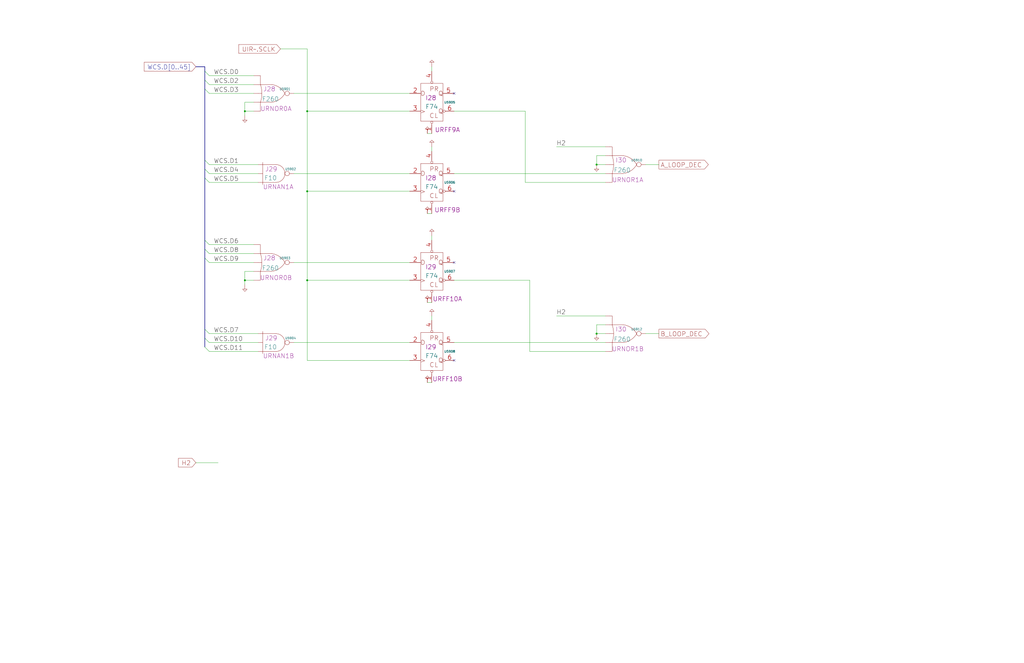
<source format=kicad_sch>
(kicad_sch (version 20230121) (generator eeschema)
  (paper "User" 584.2 378.46)
  (title_block (title "WRITABLE CONTROL STORE\\nLOOP REGISTER PRE-DECODE") (date "15-MAR-90") (rev "1.0") (comment 1 "TYPE") (comment 2 "232-003062") (comment 3 "S400") (comment 4 "RELEASED"))
  (lib_symbols
    (symbol "r1000:F10" (pin_numbers hide) (pin_names hide)
      (property "Reference" "U" (at 13.335 0 0))
      (property "Value" "F10" (at 5.715 -5.08 0))
      (property "Location" "___" (at -1.27 0 0))
      (property "Name" "______" (at -2.54 -10.16 0))
      (symbol "F10_0_1"
        (polyline (pts (xy -2.54 -7.62) (xy 5.08 -7.62)) (stroke (width 0.1524)))
        (polyline (pts (xy -2.54 2.54) (xy 5.08 2.54)) (stroke (width 0.1524)))
        (polyline (pts (xy -2.54 3.81) (xy -2.54 -8.89)) (stroke (width 0.1524)))
        (arc (start 5.08 -7.62) (mid 10.1282 -2.54) (end 5.08 2.54) (stroke (width 0.1524)))
        (circle (center 11.43 -2.54) (radius 1.27) (stroke (width 0.1524)))
      )
      (symbol "F10_0_2"
        (circle (center -3.81 -7.62) (radius 1.27) (stroke (width 0.1524)))
        (circle (center -3.81 2.54) (radius 1.27) (stroke (width 0.1524)))
        (circle (center -3.175 -2.54) (radius 1.27) (stroke (width 0.1524)))
        (arc (start -2.54 -7.62) (mid -1.8195 -2.54) (end -2.54 2.54) (stroke (width 0.1524)))
        (polyline (pts (xy -4.445 -2.54) (xy -5.08 -2.54)) (stroke (width 0.1524)))
        (polyline (pts (xy -2.54 -7.62) (xy 5.08 -7.62)) (stroke (width 0.1524)))
        (polyline (pts (xy -2.54 2.54) (xy 5.08 2.54)) (stroke (width 0.1524)))
        (polyline (pts (xy 10.795 -2.54) (xy 12.7 -2.54)) (stroke (width 0.1524)))
        (arc (start 5.08 -7.62) (mid 8.4845 -5.6954) (end 10.795 -2.54) (stroke (width 0.1524)))
        (arc (start 10.795 -2.54) (mid 8.4807 0.6111) (end 5.08 2.54) (stroke (width 0.1524)))
      )
      (symbol "F10_1_1"
        (pin input line (at -5.08 2.54 0) (length 2.54) (name "D0") (number "1"))
        (pin input line (at -5.08 -2.54 0) (length 2.54) (name "D1") (number "2"))
        (pin input line (at -5.08 -7.62 0) (length 2.54) (name "D2") (number "3"))
        (pin output line (at 15.24 -2.54 180) (length 2.54) (name "Q") (number "4"))
      )
      (symbol "F10_1_2"
        (pin input line (at -5.08 2.54 0) (length 0) (name "D0") (number "1"))
        (pin input line (at -5.08 -2.54 0) (length 0) (name "D1") (number "2"))
        (pin input line (at -5.08 -7.62 0) (length 0) (name "D2") (number "3"))
        (pin output line (at 15.24 -2.54 180) (length 2.54) (name "Q") (number "4"))
      )
    )
    (symbol "r1000:F260" (pin_numbers hide) (pin_names hide)
      (property "Reference" "U" (at 10.16 0 0))
      (property "Value" "F260" (at 1.905 -5.715 0))
      (property "Location" "___" (at 1.27 0 0))
      (property "Name" "______" (at 5.08 -12.7 0))
      (symbol "F260_0_1"
        (arc (start -3.8173 -7.62) (mid -2.9926 -2.54) (end -3.8173 2.54) (stroke (width 0.1524)))
        (polyline (pts (xy -5.08 -7.62) (xy -3.81 -7.62)) (stroke (width 0.1524)))
        (polyline (pts (xy -5.08 -2.54) (xy -3.0226 -2.54)) (stroke (width 0.1524)))
        (polyline (pts (xy -5.08 2.54) (xy -3.81 2.54)) (stroke (width 0.1524)))
        (polyline (pts (xy -3.81 -7.62) (xy 2.54 -7.62)) (stroke (width 0.1524)))
        (polyline (pts (xy -3.81 2.54) (xy 2.54 2.54)) (stroke (width 0.1524)))
        (polyline (pts (xy -5.08 -12.7) (xy -3.81 -12.7) (xy -3.81 -7.62)) (stroke (width 0.1524)))
        (polyline (pts (xy -5.08 7.62) (xy -3.81 7.62) (xy -3.81 2.54)) (stroke (width 0.1524)))
        (arc (start 2.54 -7.62) (mid 6.9504 -5.9805) (end 10.16 -2.54) (stroke (width 0.1524)))
        (arc (start 10.16 -2.54) (mid 6.9516 0.9024) (end 2.54 2.54) (stroke (width 0.1524)))
        (circle (center 11.43 -2.54) (radius 1.27) (stroke (width 0.1524)))
      )
      (symbol "F260_0_2"
        (circle (center -6.35 -12.7) (radius 1.27) (stroke (width 0.1524)))
        (circle (center -6.35 -7.62) (radius 1.27) (stroke (width 0.1524)))
        (circle (center -6.35 -2.54) (radius 1.27) (stroke (width 0.1524)))
        (circle (center -6.35 2.54) (radius 1.27) (stroke (width 0.1524)))
        (circle (center -6.35 7.62) (radius 1.27) (stroke (width 0.1524)))
        (polyline (pts (xy -5.08 -13.97) (xy -5.08 8.89)) (stroke (width 0.1524)))
        (polyline (pts (xy -5.08 -7.62) (xy 2.54 -7.62)) (stroke (width 0.1524)))
        (polyline (pts (xy -5.08 2.54) (xy 2.54 2.54)) (stroke (width 0.1524)))
        (arc (start 2.54 -7.62) (mid 6.1321 -6.1321) (end 7.62 -2.54) (stroke (width 0.1524)))
        (arc (start 7.62 -2.54) (mid 6.1321 1.0521) (end 2.54 2.54) (stroke (width 0.1524)))
      )
      (symbol "F260_1_1"
        (pin input line (at -7.62 -2.54 0) (length 2.54) (name "D2") (number "1"))
        (pin input line (at -7.62 7.62 0) (length 2.54) (name "D0") (number "12"))
        (pin input line (at -7.62 2.54 0) (length 2.54) (name "D1") (number "13"))
        (pin input line (at -7.62 -7.62 0) (length 2.54) (name "D3") (number "2"))
        (pin input line (at -7.62 -12.7 0) (length 2.54) (name "D4") (number "3"))
        (pin output line (at 15.24 -2.54 180) (length 2.54) (name "Q") (number "5"))
      )
      (symbol "F260_1_2"
        (pin input line (at -7.62 -2.54 0) (length 0) (name "D2") (number "1"))
        (pin input line (at -7.62 7.62 0) (length 0) (name "D0") (number "12"))
        (pin input line (at -7.62 2.54 0) (length 0) (name "D1") (number "13"))
        (pin input line (at -7.62 -7.62 0) (length 0) (name "D3") (number "2"))
        (pin input line (at -7.62 -12.7 0) (length 0) (name "D4") (number "3"))
        (pin output line (at 15.24 -2.54 180) (length 7.62) (name "Q") (number "5"))
      )
    )
    (symbol "r1000:F74" (pin_names (offset 1.016) hide)
      (property "Reference" "U" (at 12.7 -2.54 0))
      (property "Value" "F74" (at -1.27 -5.08 0))
      (property "Location" "___" (at -1.27 0 0))
      (property "Name" "______" (at 11.43 -19.685 0))
      (symbol "F74_0_1"
        (rectangle (start -3.81 8.255) (end 8.89 -13.335) (stroke (width 0.1524)))
        (polyline (pts (xy 2.54 -15.24) (xy 2.54 -14.605)) (stroke (width 0.1524)))
        (polyline (pts (xy 2.54 10.16) (xy 2.54 9.525)) (stroke (width 0.1524)))
      )
      (symbol "F74_1_1"
        (circle (center 2.54 -13.97) (radius 0.635))
        (circle (center 2.54 8.89) (radius 0.635))
        (circle (center 9.525 -7.62) (radius 0.635))
        (text ">" (at -2.54 -7.62 0) (effects (font (size 2.54 2.54))))
        (text "C" (at 2.54 -10.16 0) (effects (font (size 2.54 2.54))))
        (text "D" (at -2.54 2.54 0) (effects (font (size 2.54 2.54))))
        (text "L" (at 5.08 -10.16 0) (effects (font (size 2.54 2.54))))
        (text "P" (at 2.54 5.08 0) (effects (font (size 2.54 2.54))))
        (text "Q" (at 7.62 -7.62 0) (effects (font (size 2.54 2.54))))
        (text "Q" (at 7.62 2.54 0) (effects (font (size 2.54 2.54))))
        (text "R" (at 5.08 5.08 0) (effects (font (size 2.54 2.54))))
        (pin input line (at 2.54 -20.32 90) (length 5.08) (name "CL_") (number "1"))
        (pin input line (at -10.16 2.54 0) (length 6.35) (name "D") (number "2"))
        (pin input line (at -10.16 -7.62 0) (length 6.35) (name "CLK") (number "3"))
        (pin input line (at 2.54 15.24 270) (length 5.08) (name "PR_") (number "4"))
        (pin output line (at 15.24 2.54 180) (length 6.35) (name "Q") (number "5"))
        (pin output line (at 15.24 -7.62 180) (length 5.08) (name "Q_") (number "6"))
      )
    )
    (symbol "r1000:PD" (power) (pin_numbers hide) (pin_names hide) (in_bom no)
      (symbol "PD_0_1"
        (polyline (pts (xy 0 -2.54) (xy 1.27 -2.54) (xy 0 -3.81) (xy -1.27 -2.54) (xy 0 -2.54)) (stroke (width 0.1524)))
      )
      (symbol "PD_1_1"
        (pin power_in line (at 0 0 270) (length 2.54) (name "PD") (number "1"))
      )
    )
    (symbol "r1000:PU" (power) (pin_numbers hide) (pin_names hide)
      (symbol "PU_0_1"
        (polyline (pts (xy 0 2.54) (xy -1.27 2.54) (xy 0 3.81) (xy 1.27 2.54) (xy 0 2.54)) (stroke (width 0.1524)))
      )
      (symbol "PU_1_1"
        (pin power_in line (at 0 0 90) (length 2.54) (name "PU") (number "1"))
      )
    )
  )
  (junction (at 175.26 109.22))
  (junction (at 340.36 93.98))
  (junction (at 175.26 160.02))
  (junction (at 175.26 63.5))
  (junction (at 139.7 63.5))
  (junction (at 340.36 190.5))
  (junction (at 139.7 160.02))
  (no_connect (at 259.08 149.86))
  (no_connect (at 259.08 53.34))
  (no_connect (at 259.08 109.22))
  (no_connect (at 259.08 205.74))
  (bus_entry (at 116.84 101.6) (size 2.54 2.54))
  (bus_entry (at 116.84 40.64) (size 2.54 2.54))
  (bus_entry (at 116.84 187.96) (size 2.54 2.54))
  (bus_entry (at 116.84 198.12) (size 2.54 2.54))
  (bus_entry (at 116.84 147.32) (size 2.54 2.54))
  (bus_entry (at 116.84 91.44) (size 2.54 2.54))
  (bus_entry (at 116.84 193.04) (size 2.54 2.54))
  (bus_entry (at 116.84 96.52) (size 2.54 2.54))
  (bus_entry (at 116.84 45.72) (size 2.54 2.54))
  (bus_entry (at 116.84 137.16) (size 2.54 2.54))
  (bus_entry (at 116.84 50.8) (size 2.54 2.54))
  (bus_entry (at 116.84 142.24) (size 2.54 2.54))
  (wire (pts (xy 119.38 139.7) (xy 144.78 139.7)))
  (bus (pts (xy 116.84 96.52) (xy 116.84 101.6)))
  (wire (pts (xy 119.38 104.14) (xy 147.32 104.14)))
  (bus (pts (xy 116.84 147.32) (xy 116.84 187.96)))
  (wire (pts (xy 167.64 99.06) (xy 233.68 99.06)))
  (wire (pts (xy 340.36 190.5) (xy 345.44 190.5)))
  (wire (pts (xy 243.84 172.72) (xy 246.38 172.72)))
  (wire (pts (xy 167.64 53.34) (xy 233.68 53.34)))
  (wire (pts (xy 175.26 109.22) (xy 233.68 109.22)))
  (wire (pts (xy 175.26 160.02) (xy 233.68 160.02)))
  (wire (pts (xy 119.38 93.98) (xy 147.32 93.98)))
  (wire (pts (xy 139.7 63.5) (xy 139.7 66.04)))
  (wire (pts (xy 175.26 109.22) (xy 175.26 160.02)))
  (wire (pts (xy 119.38 149.86) (xy 144.78 149.86)))
  (wire (pts (xy 340.36 185.42) (xy 340.36 190.5)))
  (wire (pts (xy 139.7 162.56) (xy 139.7 160.02)))
  (wire (pts (xy 259.08 195.58) (xy 345.44 195.58)))
  (wire (pts (xy 175.26 63.5) (xy 175.26 109.22)))
  (bus (pts (xy 116.84 45.72) (xy 116.84 50.8)))
  (wire (pts (xy 243.84 121.92) (xy 246.38 121.92)))
  (bus (pts (xy 116.84 101.6) (xy 116.84 137.16)))
  (wire (pts (xy 243.84 76.2) (xy 246.38 76.2)))
  (wire (pts (xy 259.08 160.02) (xy 302.26 160.02)))
  (bus (pts (xy 116.84 137.16) (xy 116.84 142.24)))
  (wire (pts (xy 119.38 144.78) (xy 144.78 144.78)))
  (wire (pts (xy 119.38 43.18) (xy 144.78 43.18)))
  (wire (pts (xy 345.44 185.42) (xy 340.36 185.42)))
  (wire (pts (xy 340.36 88.9) (xy 340.36 93.98)))
  (wire (pts (xy 139.7 58.42) (xy 139.7 63.5)))
  (bus (pts (xy 116.84 142.24) (xy 116.84 147.32)))
  (wire (pts (xy 160.02 27.94) (xy 175.26 27.94)))
  (bus (pts (xy 111.76 38.1) (xy 116.84 38.1)))
  (wire (pts (xy 246.38 83.82) (xy 246.38 86.36)))
  (wire (pts (xy 317.5 83.82) (xy 345.44 83.82)))
  (wire (pts (xy 119.38 53.34) (xy 144.78 53.34)))
  (wire (pts (xy 119.38 200.66) (xy 147.32 200.66)))
  (wire (pts (xy 119.38 99.06) (xy 147.32 99.06)))
  (wire (pts (xy 259.08 99.06) (xy 345.44 99.06)))
  (wire (pts (xy 345.44 88.9) (xy 340.36 88.9)))
  (wire (pts (xy 246.38 38.1) (xy 246.38 40.64)))
  (wire (pts (xy 119.38 190.5) (xy 147.32 190.5)))
  (bus (pts (xy 116.84 193.04) (xy 116.84 198.12)))
  (wire (pts (xy 139.7 160.02) (xy 144.78 160.02)))
  (wire (pts (xy 167.64 149.86) (xy 233.68 149.86)))
  (wire (pts (xy 139.7 160.02) (xy 139.7 154.94)))
  (wire (pts (xy 317.5 180.34) (xy 345.44 180.34)))
  (wire (pts (xy 175.26 27.94) (xy 175.26 63.5)))
  (wire (pts (xy 259.08 63.5) (xy 299.72 63.5)))
  (wire (pts (xy 119.38 195.58) (xy 147.32 195.58)))
  (wire (pts (xy 299.72 63.5) (xy 299.72 104.14)))
  (wire (pts (xy 144.78 58.42) (xy 139.7 58.42)))
  (wire (pts (xy 119.38 48.26) (xy 144.78 48.26)))
  (bus (pts (xy 116.84 50.8) (xy 116.84 91.44)))
  (wire (pts (xy 139.7 154.94) (xy 144.78 154.94)))
  (wire (pts (xy 175.26 63.5) (xy 233.68 63.5)))
  (wire (pts (xy 246.38 134.62) (xy 246.38 137.16)))
  (wire (pts (xy 175.26 160.02) (xy 175.26 205.74)))
  (bus (pts (xy 116.84 187.96) (xy 116.84 193.04)))
  (wire (pts (xy 175.26 205.74) (xy 233.68 205.74)))
  (wire (pts (xy 302.26 200.66) (xy 345.44 200.66)))
  (bus (pts (xy 116.84 38.1) (xy 116.84 40.64)))
  (wire (pts (xy 368.3 190.5) (xy 375.92 190.5)))
  (wire (pts (xy 243.84 218.44) (xy 246.38 218.44)))
  (wire (pts (xy 368.3 93.98) (xy 375.92 93.98)))
  (wire (pts (xy 340.36 93.98) (xy 345.44 93.98)))
  (wire (pts (xy 246.38 180.34) (xy 246.38 182.88)))
  (wire (pts (xy 139.7 63.5) (xy 144.78 63.5)))
  (bus (pts (xy 116.84 40.64) (xy 116.84 45.72)))
  (wire (pts (xy 167.64 195.58) (xy 233.68 195.58)))
  (bus (pts (xy 116.84 91.44) (xy 116.84 96.52)))
  (wire (pts (xy 299.72 104.14) (xy 345.44 104.14)))
  (wire (pts (xy 302.26 160.02) (xy 302.26 200.66)))
  (wire (pts (xy 111.76 264.16) (xy 124.46 264.16)))
  (label "WCS.D3" (at 121.92 53.34 0) (effects (font (size 2.54 2.54))))
  (label "WCS.D5" (at 121.92 104.14 0) (effects (font (size 2.54 2.54))))
  (label "WCS.D8" (at 121.92 144.78 0) (effects (font (size 2.54 2.54))))
  (label "WCS.D4" (at 121.92 99.06 0) (effects (font (size 2.54 2.54))))
  (label "WCS.D10" (at 121.92 195.58 0) (effects (font (size 2.54 2.54))))
  (label "WCS.D6" (at 121.92 139.7 0) (effects (font (size 2.54 2.54))))
  (label "WCS.D9" (at 121.92 149.86 0) (effects (font (size 2.54 2.54))))
  (label "WCS.D0" (at 121.92 43.18 0) (effects (font (size 2.54 2.54))))
  (label "WCS.D1" (at 121.92 93.98 0) (effects (font (size 2.54 2.54))))
  (label "WCS.D2" (at 121.92 48.26 0) (effects (font (size 2.54 2.54))))
  (label "WCS.D11" (at 121.92 200.66 0) (effects (font (size 2.54 2.54))))
  (label "H2" (at 317.5 180.34 0) (effects (font (size 2.54 2.54))))
  (label "H2" (at 317.5 83.82 0) (effects (font (size 2.54 2.54))))
  (label "WCS.D7" (at 121.92 190.5 0) (effects (font (size 2.54 2.54))))
  (global_label "B_LOOP_DEC" (shape output) (at 375.92 190.5 0) (effects (font (size 2.54 2.54))) (property "Intersheetrefs" "${INTERSHEET_REFS}" (at 404.4527 190.3413 0) (effects (font (size 1.905 1.905)) (justify left))))
  (global_label "WCS.D[0..45]" (shape input) (at 111.76 38.1 180) (effects (font (size 2.54 2.54))) (property "Intersheetrefs" "${INTERSHEET_REFS}" (at 81.5931 38.1 0) (effects (font (size 1.905 1.905)) (justify right))))
  (global_label "A_LOOP_DEC" (shape output) (at 375.92 93.98 0) (effects (font (size 2.54 2.54))) (property "Intersheetrefs" "${INTERSHEET_REFS}" (at 404.0898 93.8213 0) (effects (font (size 1.905 1.905)) (justify left))))
  (global_label "UIR~.SCLK" (shape input) (at 160.02 27.94 180) (effects (font (size 2.54 2.54))) (property "Intersheetrefs" "${INTERSHEET_REFS}" (at 130.0359 27.7813 0) (effects (font (size 1.905 1.905)) (justify right))))
  (global_label "H2" (shape input) (at 111.76 264.16 180) (effects (font (size 2.54 2.54))) (property "Intersheetrefs" "${INTERSHEET_REFS}" (at 101.854 264.0013 0) (effects (font (size 1.905 1.905)) (justify right))))
  (symbol (lib_id "r1000:PU") (at 243.84 76.2 0) (unit 1)
    (property "Reference" "#PWR05903" (effects hide))
    (property "Value" "PU" (effects hide))
  )
  (symbol (lib_id "r1000:F74") (at 243.84 198.12 0) (unit 1)
    (property "Reference" "U5908" (at 256.54 200.66 0))
    (property "Value" "F74" (at 242.57 203.2 0) (effects (font (size 2.54 2.54)) (justify left)))
    (property "Location" "I29" (at 242.57 198.12 0) (effects (font (size 2.54 2.54)) (justify left)))
    (property "Name" "URFF10B" (at 255.27 217.805 0) (effects (font (size 2.54 2.54)) (justify bottom)))
  )
  (symbol (lib_id "r1000:PU") (at 243.84 121.92 0) (unit 1)
    (property "Reference" "#PWR05904" (effects hide))
    (property "Value" "PU" (effects hide))
  )
  (symbol (lib_id "r1000:F260") (at 353.06 91.44 0) (unit 1)
    (property "Reference" "U5910" (at 363.22 91.44 0))
    (property "Value" "F260" (at 354.965 97.155 0) (effects (font (size 2.54 2.54))))
    (property "Location" "I30" (at 354.33 91.44 0) (effects (font (size 2.54 2.54))))
    (property "Name" "URNOR1A" (at 358.14 104.14 0) (effects (font (size 2.54 2.54)) (justify bottom)))
  )
  (symbol (lib_id "r1000:PD") (at 340.36 93.98 0) (unit 1) (in_bom no)
    (property "Reference" "#PWR05911" (effects hide))
    (property "Value" "PD" (effects hide))
  )
  (symbol (lib_id "r1000:PD") (at 340.36 190.5 0) (unit 1) (in_bom no)
    (property "Reference" "#PWR05912" (effects hide))
    (property "Value" "PD" (effects hide))
  )
  (symbol (lib_id "r1000:PU") (at 246.38 38.1 0) (unit 1)
    (property "Reference" "#PWR05907" (effects hide))
    (property "Value" "PU" (effects hide))
  )
  (symbol (lib_id "r1000:F74") (at 243.84 152.4 0) (unit 1)
    (property "Reference" "U5907" (at 256.54 154.94 0))
    (property "Value" "F74" (at 242.57 157.48 0) (effects (font (size 2.54 2.54)) (justify left)))
    (property "Location" "I29" (at 242.57 152.4 0) (effects (font (size 2.54 2.54)) (justify left)))
    (property "Name" "URFF10A" (at 255.27 172.085 0) (effects (font (size 2.54 2.54)) (justify bottom)))
  )
  (symbol (lib_id "r1000:F74") (at 243.84 101.6 0) (unit 1)
    (property "Reference" "U5906" (at 256.54 104.14 0))
    (property "Value" "F74" (at 242.57 106.68 0) (effects (font (size 2.54 2.54)) (justify left)))
    (property "Location" "I28" (at 242.57 101.6 0) (effects (font (size 2.54 2.54)) (justify left)))
    (property "Name" "URFF9B" (at 255.27 121.285 0) (effects (font (size 2.54 2.54)) (justify bottom)))
  )
  (symbol (lib_id "r1000:F10") (at 152.4 193.04 0) (unit 1)
    (property "Reference" "U5904" (at 165.735 193.04 0))
    (property "Value" "F10" (at 158.115 198.12 0) (effects (font (size 2.54 2.54)) (justify right)))
    (property "Location" "J29" (at 151.13 193.04 0) (effects (font (size 2.54 2.54)) (justify left)))
    (property "Name" "URNAN1B" (at 149.86 203.2 0) (effects (font (size 2.54 2.54)) (justify left)))
  )
  (symbol (lib_id "r1000:F260") (at 353.06 187.96 0) (unit 1)
    (property "Reference" "U5912" (at 363.22 187.96 0))
    (property "Value" "F260" (at 354.965 193.675 0) (effects (font (size 2.54 2.54))))
    (property "Location" "I30" (at 354.33 187.96 0) (effects (font (size 2.54 2.54))))
    (property "Name" "URNOR1B" (at 358.14 200.66 0) (effects (font (size 2.54 2.54)) (justify bottom)))
  )
  (symbol (lib_id "r1000:PU") (at 246.38 134.62 0) (unit 1)
    (property "Reference" "#PWR05909" (effects hide))
    (property "Value" "PU" (effects hide))
  )
  (symbol (lib_id "r1000:PU") (at 243.84 172.72 0) (unit 1)
    (property "Reference" "#PWR05905" (effects hide))
    (property "Value" "PU" (effects hide))
  )
  (symbol (lib_id "r1000:PU") (at 246.38 180.34 0) (unit 1)
    (property "Reference" "#PWR05910" (effects hide))
    (property "Value" "PU" (effects hide))
  )
  (symbol (lib_id "r1000:F260") (at 152.4 50.8 0) (unit 1)
    (property "Reference" "U5901" (at 162.56 50.8 0))
    (property "Value" "F260" (at 154.305 56.515 0) (effects (font (size 2.54 2.54))))
    (property "Location" "J28" (at 153.67 50.8 0) (effects (font (size 2.54 2.54))))
    (property "Name" "URNOR0A" (at 157.48 63.5 0) (effects (font (size 2.54 2.54)) (justify bottom)))
  )
  (symbol (lib_id "r1000:PU") (at 246.38 83.82 0) (unit 1)
    (property "Reference" "#PWR05908" (effects hide))
    (property "Value" "PU" (effects hide))
  )
  (symbol (lib_id "r1000:F260") (at 152.4 147.32 0) (unit 1)
    (property "Reference" "U5903" (at 162.56 147.32 0))
    (property "Value" "F260" (at 154.305 153.035 0) (effects (font (size 2.54 2.54))))
    (property "Location" "J28" (at 153.67 147.32 0) (effects (font (size 2.54 2.54))))
    (property "Name" "URNOR0B" (at 157.48 160.02 0) (effects (font (size 2.54 2.54)) (justify bottom)))
  )
  (symbol (lib_id "r1000:PD") (at 139.7 66.04 0) (unit 1) (in_bom no)
    (property "Reference" "#PWR05901" (effects hide))
    (property "Value" "PD" (effects hide))
  )
  (symbol (lib_id "r1000:PD") (at 139.7 162.56 0) (unit 1) (in_bom no)
    (property "Reference" "#PWR05902" (effects hide))
    (property "Value" "PD" (effects hide))
  )
  (symbol (lib_id "r1000:F74") (at 243.84 55.88 0) (unit 1)
    (property "Reference" "U5905" (at 256.54 58.42 0))
    (property "Value" "F74" (at 242.57 60.96 0) (effects (font (size 2.54 2.54)) (justify left)))
    (property "Location" "I28" (at 242.57 55.88 0) (effects (font (size 2.54 2.54)) (justify left)))
    (property "Name" "URFF9A" (at 255.27 75.565 0) (effects (font (size 2.54 2.54)) (justify bottom)))
  )
  (symbol (lib_id "r1000:PU") (at 243.84 218.44 0) (unit 1)
    (property "Reference" "#PWR05906" (effects hide))
    (property "Value" "PU" (effects hide))
  )
  (symbol (lib_id "r1000:F10") (at 152.4 96.52 0) (unit 1)
    (property "Reference" "U5902" (at 165.735 96.52 0))
    (property "Value" "F10" (at 158.115 101.6 0) (effects (font (size 2.54 2.54)) (justify right)))
    (property "Location" "J29" (at 151.13 96.52 0) (effects (font (size 2.54 2.54)) (justify left)))
    (property "Name" "URNAN1A" (at 149.86 106.68 0) (effects (font (size 2.54 2.54)) (justify left)))
  )
)
</source>
